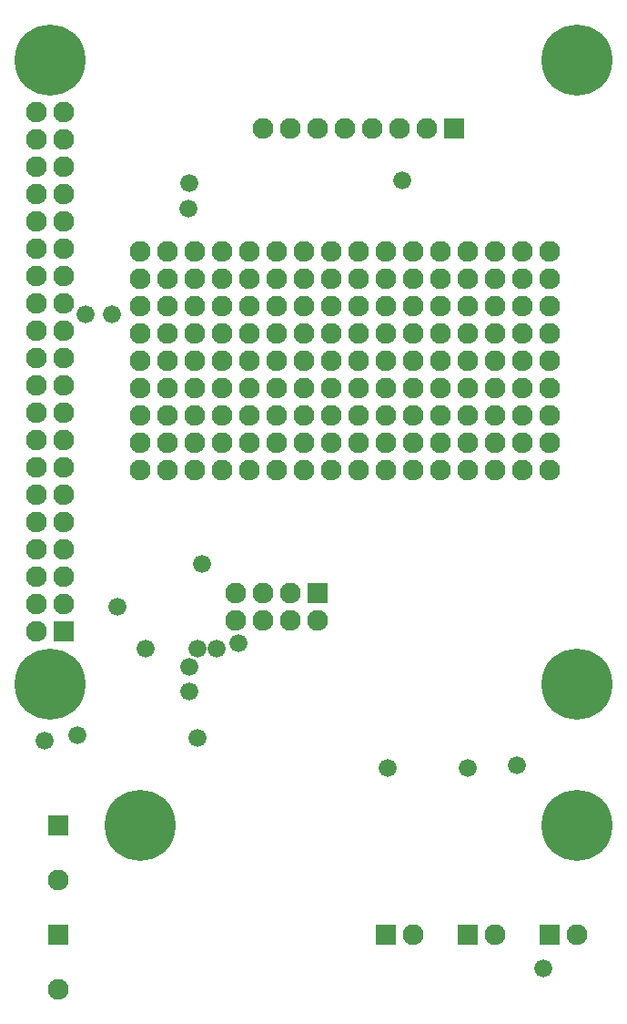
<source format=gbs>
%FSLAX25Y25*%
%MOIN*%
G70*
G01*
G75*
G04 Layer_Color=16711935*
%ADD10R,0.02717X0.04724*%
%ADD11R,0.03543X0.03150*%
%ADD12R,0.03150X0.03543*%
%ADD13C,0.01969*%
%ADD14C,0.01000*%
%ADD15R,0.06000X0.06000*%
%ADD16C,0.06000*%
%ADD17R,0.06000X0.06000*%
%ADD18C,0.05000*%
%ADD19C,0.24410*%
%ADD20C,0.00787*%
%ADD21C,0.00252*%
%ADD22C,0.00800*%
%ADD23C,0.00600*%
%ADD24R,0.04317X0.06324*%
%ADD25R,0.05143X0.04750*%
%ADD26R,0.04750X0.05143*%
%ADD27R,0.07600X0.07600*%
%ADD28C,0.07600*%
%ADD29R,0.07600X0.07600*%
%ADD30C,0.06600*%
%ADD31C,0.26009*%
D27*
X-10000Y-320000D02*
D03*
X-40000D02*
D03*
X-70000D02*
D03*
X-95000Y-195000D02*
D03*
X-45000Y-25000D02*
D03*
D28*
X0Y-320000D02*
D03*
X-30000D02*
D03*
X-60000D02*
D03*
X-10000Y-150000D02*
D03*
X-20000D02*
D03*
X-30000D02*
D03*
X-40000D02*
D03*
X-50000D02*
D03*
X-60000D02*
D03*
X-70000D02*
D03*
X-80000D02*
D03*
X-90000D02*
D03*
X-100000D02*
D03*
X-110000D02*
D03*
X-120000D02*
D03*
X-130000D02*
D03*
X-140000D02*
D03*
X-150000D02*
D03*
X-160000D02*
D03*
Y-140000D02*
D03*
Y-130000D02*
D03*
Y-120000D02*
D03*
Y-110000D02*
D03*
Y-100000D02*
D03*
Y-90000D02*
D03*
Y-80000D02*
D03*
Y-70000D02*
D03*
X-150000Y-140000D02*
D03*
Y-130000D02*
D03*
Y-120000D02*
D03*
Y-110000D02*
D03*
Y-100000D02*
D03*
Y-90000D02*
D03*
Y-80000D02*
D03*
Y-70000D02*
D03*
X-140000Y-140000D02*
D03*
Y-130000D02*
D03*
Y-120000D02*
D03*
Y-110000D02*
D03*
Y-100000D02*
D03*
Y-90000D02*
D03*
Y-80000D02*
D03*
Y-70000D02*
D03*
X-10000Y-140000D02*
D03*
Y-130000D02*
D03*
Y-120000D02*
D03*
Y-110000D02*
D03*
Y-100000D02*
D03*
Y-90000D02*
D03*
Y-80000D02*
D03*
Y-70000D02*
D03*
X-20000Y-140000D02*
D03*
Y-130000D02*
D03*
Y-120000D02*
D03*
Y-110000D02*
D03*
Y-100000D02*
D03*
Y-90000D02*
D03*
Y-80000D02*
D03*
Y-70000D02*
D03*
X-30000Y-140000D02*
D03*
Y-130000D02*
D03*
Y-120000D02*
D03*
Y-110000D02*
D03*
Y-100000D02*
D03*
Y-90000D02*
D03*
Y-80000D02*
D03*
Y-70000D02*
D03*
X-40000Y-140000D02*
D03*
Y-130000D02*
D03*
Y-120000D02*
D03*
Y-110000D02*
D03*
Y-100000D02*
D03*
Y-90000D02*
D03*
Y-80000D02*
D03*
Y-70000D02*
D03*
X-50000Y-140000D02*
D03*
Y-130000D02*
D03*
Y-120000D02*
D03*
Y-110000D02*
D03*
Y-100000D02*
D03*
Y-90000D02*
D03*
Y-80000D02*
D03*
Y-70000D02*
D03*
X-60000Y-140000D02*
D03*
Y-130000D02*
D03*
Y-120000D02*
D03*
Y-110000D02*
D03*
Y-100000D02*
D03*
Y-90000D02*
D03*
Y-80000D02*
D03*
Y-70000D02*
D03*
X-70000Y-140000D02*
D03*
Y-130000D02*
D03*
Y-120000D02*
D03*
Y-110000D02*
D03*
Y-100000D02*
D03*
Y-90000D02*
D03*
Y-80000D02*
D03*
Y-70000D02*
D03*
X-80000Y-140000D02*
D03*
Y-130000D02*
D03*
Y-120000D02*
D03*
Y-110000D02*
D03*
Y-100000D02*
D03*
Y-90000D02*
D03*
Y-80000D02*
D03*
Y-70000D02*
D03*
X-90000Y-140000D02*
D03*
Y-130000D02*
D03*
Y-120000D02*
D03*
Y-110000D02*
D03*
Y-100000D02*
D03*
Y-90000D02*
D03*
Y-80000D02*
D03*
Y-70000D02*
D03*
X-100000Y-140000D02*
D03*
Y-130000D02*
D03*
Y-120000D02*
D03*
Y-110000D02*
D03*
Y-100000D02*
D03*
Y-90000D02*
D03*
Y-80000D02*
D03*
Y-70000D02*
D03*
X-110000Y-140000D02*
D03*
Y-130000D02*
D03*
Y-120000D02*
D03*
Y-110000D02*
D03*
Y-100000D02*
D03*
Y-90000D02*
D03*
Y-80000D02*
D03*
Y-70000D02*
D03*
X-120000Y-140000D02*
D03*
Y-130000D02*
D03*
Y-120000D02*
D03*
Y-110000D02*
D03*
Y-100000D02*
D03*
Y-90000D02*
D03*
Y-80000D02*
D03*
Y-70000D02*
D03*
X-130000Y-140000D02*
D03*
Y-130000D02*
D03*
Y-120000D02*
D03*
Y-110000D02*
D03*
Y-100000D02*
D03*
Y-90000D02*
D03*
Y-80000D02*
D03*
Y-70000D02*
D03*
X-197894Y-209173D02*
D03*
Y-199173D02*
D03*
Y-189173D02*
D03*
Y-179173D02*
D03*
Y-169173D02*
D03*
Y-159173D02*
D03*
Y-149173D02*
D03*
Y-139173D02*
D03*
Y-129173D02*
D03*
Y-119173D02*
D03*
Y-109173D02*
D03*
Y-99173D02*
D03*
Y-89173D02*
D03*
Y-79173D02*
D03*
Y-69173D02*
D03*
Y-59173D02*
D03*
Y-49173D02*
D03*
Y-39173D02*
D03*
Y-29173D02*
D03*
Y-19173D02*
D03*
X-187894Y-199173D02*
D03*
Y-189173D02*
D03*
Y-179173D02*
D03*
Y-169173D02*
D03*
Y-159173D02*
D03*
Y-149173D02*
D03*
Y-139173D02*
D03*
Y-129173D02*
D03*
Y-119173D02*
D03*
Y-109173D02*
D03*
Y-99173D02*
D03*
Y-89173D02*
D03*
Y-79173D02*
D03*
Y-69173D02*
D03*
Y-59173D02*
D03*
Y-49173D02*
D03*
Y-39173D02*
D03*
Y-29173D02*
D03*
Y-19173D02*
D03*
X-125000Y-205000D02*
D03*
X-115000D02*
D03*
X-105000D02*
D03*
X-95000D02*
D03*
X-125000Y-195000D02*
D03*
X-115000D02*
D03*
X-105000D02*
D03*
X-55000Y-25000D02*
D03*
X-65000D02*
D03*
X-75000D02*
D03*
X-85000D02*
D03*
X-95000D02*
D03*
X-105000D02*
D03*
X-115000D02*
D03*
X-190000Y-300000D02*
D03*
Y-340000D02*
D03*
D29*
X-187894Y-209173D02*
D03*
X-190000Y-280000D02*
D03*
Y-320000D02*
D03*
D30*
X-124000Y-213500D02*
D03*
X-137500Y-184500D02*
D03*
X-139000Y-215500D02*
D03*
X-40000Y-259000D02*
D03*
X-69500D02*
D03*
X-180000Y-93000D02*
D03*
X-142000Y-45000D02*
D03*
X-170500Y-93000D02*
D03*
X-142500Y-54500D02*
D03*
X-168500Y-200000D02*
D03*
X-12500Y-332500D02*
D03*
X-64000Y-44000D02*
D03*
X-139000Y-248000D02*
D03*
X-142000Y-231000D02*
D03*
X-22000Y-258000D02*
D03*
X-158000Y-215500D02*
D03*
X-132000D02*
D03*
X-183000Y-247000D02*
D03*
X-142000Y-222000D02*
D03*
X-195000Y-249000D02*
D03*
D31*
X-160000Y-280000D02*
D03*
X0D02*
D03*
Y0D02*
D03*
Y-228346D02*
D03*
X-192913D02*
D03*
Y0D02*
D03*
M02*

</source>
